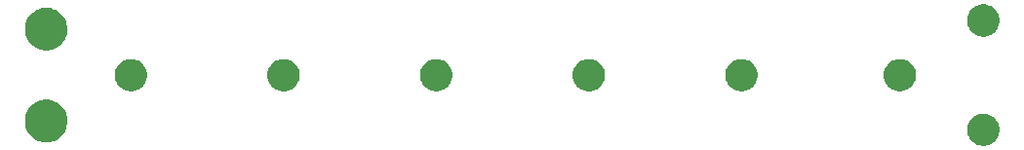
<source format=gbr>
G04 #@! TF.GenerationSoftware,KiCad,Pcbnew,(5.1.6)-1*
G04 #@! TF.CreationDate,2020-10-19T10:56:23-05:00*
G04 #@! TF.ProjectId,tri-slot-feedlines,7472692d-736c-46f7-942d-666565646c69,rev?*
G04 #@! TF.SameCoordinates,Original*
G04 #@! TF.FileFunction,Soldermask,Bot*
G04 #@! TF.FilePolarity,Negative*
%FSLAX46Y46*%
G04 Gerber Fmt 4.6, Leading zero omitted, Abs format (unit mm)*
G04 Created by KiCad (PCBNEW (5.1.6)-1) date 2020-10-19 10:56:23*
%MOMM*%
%LPD*%
G01*
G04 APERTURE LIST*
%ADD10C,0.100000*%
G04 APERTURE END LIST*
D10*
G36*
X44318433Y-3384893D02*
G01*
X44408657Y-3402839D01*
X44514267Y-3446585D01*
X44663621Y-3508449D01*
X44663622Y-3508450D01*
X44893086Y-3661772D01*
X45088228Y-3856914D01*
X45190675Y-4010237D01*
X45241551Y-4086379D01*
X45303415Y-4235733D01*
X45347161Y-4341343D01*
X45401000Y-4612014D01*
X45401000Y-4887986D01*
X45347161Y-5158657D01*
X45303415Y-5264267D01*
X45241551Y-5413621D01*
X45241550Y-5413622D01*
X45088228Y-5643086D01*
X44893086Y-5838228D01*
X44739763Y-5940675D01*
X44663621Y-5991551D01*
X44514267Y-6053415D01*
X44408657Y-6097161D01*
X44318433Y-6115107D01*
X44137988Y-6151000D01*
X43862012Y-6151000D01*
X43681567Y-6115107D01*
X43591343Y-6097161D01*
X43485733Y-6053415D01*
X43336379Y-5991551D01*
X43260237Y-5940675D01*
X43106914Y-5838228D01*
X42911772Y-5643086D01*
X42758450Y-5413622D01*
X42758449Y-5413621D01*
X42696585Y-5264267D01*
X42652839Y-5158657D01*
X42599000Y-4887986D01*
X42599000Y-4612014D01*
X42652839Y-4341343D01*
X42696585Y-4235733D01*
X42758449Y-4086379D01*
X42809325Y-4010237D01*
X42911772Y-3856914D01*
X43106914Y-3661772D01*
X43336378Y-3508450D01*
X43336379Y-3508449D01*
X43485733Y-3446585D01*
X43591343Y-3402839D01*
X43681567Y-3384893D01*
X43862012Y-3349000D01*
X44137988Y-3349000D01*
X44318433Y-3384893D01*
G37*
G36*
X-36988887Y-2184567D02*
G01*
X-36810083Y-2220133D01*
X-36670552Y-2277929D01*
X-36473224Y-2359664D01*
X-36170057Y-2562234D01*
X-35912234Y-2820057D01*
X-35709664Y-3123224D01*
X-35627929Y-3320552D01*
X-35570133Y-3460083D01*
X-35560512Y-3508450D01*
X-35499000Y-3817691D01*
X-35499000Y-4182309D01*
X-35570133Y-4539916D01*
X-35709664Y-4876776D01*
X-35912234Y-5179943D01*
X-36170057Y-5437766D01*
X-36473224Y-5640336D01*
X-36670552Y-5722071D01*
X-36810083Y-5779867D01*
X-36988888Y-5815434D01*
X-37167691Y-5851000D01*
X-37532309Y-5851000D01*
X-37711112Y-5815434D01*
X-37889917Y-5779867D01*
X-38029448Y-5722071D01*
X-38226776Y-5640336D01*
X-38529943Y-5437766D01*
X-38787766Y-5179943D01*
X-38990336Y-4876776D01*
X-39129867Y-4539916D01*
X-39201000Y-4182309D01*
X-39201000Y-3817691D01*
X-39139488Y-3508450D01*
X-39129867Y-3460083D01*
X-39072071Y-3320552D01*
X-38990336Y-3123224D01*
X-38787766Y-2820057D01*
X-38529943Y-2562234D01*
X-38226776Y-2359664D01*
X-38029448Y-2277929D01*
X-37889917Y-2220133D01*
X-37711113Y-2184567D01*
X-37532309Y-2149000D01*
X-37167691Y-2149000D01*
X-36988887Y-2184567D01*
G37*
G36*
X10068433Y1365107D02*
G01*
X10158657Y1347161D01*
X10264267Y1303415D01*
X10413621Y1241551D01*
X10413622Y1241550D01*
X10643086Y1088228D01*
X10838228Y893086D01*
X10940675Y739763D01*
X10991551Y663621D01*
X11097161Y408656D01*
X11151000Y137988D01*
X11151000Y-137988D01*
X11097161Y-408656D01*
X10991551Y-663621D01*
X10991550Y-663622D01*
X10838228Y-893086D01*
X10643086Y-1088228D01*
X10489763Y-1190675D01*
X10413621Y-1241551D01*
X10264267Y-1303415D01*
X10158657Y-1347161D01*
X10068433Y-1365107D01*
X9887988Y-1401000D01*
X9612012Y-1401000D01*
X9431567Y-1365107D01*
X9341343Y-1347161D01*
X9235733Y-1303415D01*
X9086379Y-1241551D01*
X9010237Y-1190675D01*
X8856914Y-1088228D01*
X8661772Y-893086D01*
X8508450Y-663622D01*
X8508449Y-663621D01*
X8402839Y-408656D01*
X8349000Y-137988D01*
X8349000Y137988D01*
X8402839Y408656D01*
X8508449Y663621D01*
X8559325Y739763D01*
X8661772Y893086D01*
X8856914Y1088228D01*
X9086378Y1241550D01*
X9086379Y1241551D01*
X9235733Y1303415D01*
X9341343Y1347161D01*
X9431567Y1365107D01*
X9612012Y1401000D01*
X9887988Y1401000D01*
X10068433Y1365107D01*
G37*
G36*
X37068433Y1365107D02*
G01*
X37158657Y1347161D01*
X37264267Y1303415D01*
X37413621Y1241551D01*
X37413622Y1241550D01*
X37643086Y1088228D01*
X37838228Y893086D01*
X37940675Y739763D01*
X37991551Y663621D01*
X38097161Y408656D01*
X38151000Y137988D01*
X38151000Y-137988D01*
X38097161Y-408656D01*
X37991551Y-663621D01*
X37991550Y-663622D01*
X37838228Y-893086D01*
X37643086Y-1088228D01*
X37489763Y-1190675D01*
X37413621Y-1241551D01*
X37264267Y-1303415D01*
X37158657Y-1347161D01*
X37068433Y-1365107D01*
X36887988Y-1401000D01*
X36612012Y-1401000D01*
X36431567Y-1365107D01*
X36341343Y-1347161D01*
X36235733Y-1303415D01*
X36086379Y-1241551D01*
X36010237Y-1190675D01*
X35856914Y-1088228D01*
X35661772Y-893086D01*
X35508450Y-663622D01*
X35508449Y-663621D01*
X35402839Y-408656D01*
X35349000Y-137988D01*
X35349000Y137988D01*
X35402839Y408656D01*
X35508449Y663621D01*
X35559325Y739763D01*
X35661772Y893086D01*
X35856914Y1088228D01*
X36086378Y1241550D01*
X36086379Y1241551D01*
X36235733Y1303415D01*
X36341343Y1347161D01*
X36431567Y1365107D01*
X36612012Y1401000D01*
X36887988Y1401000D01*
X37068433Y1365107D01*
G37*
G36*
X23318433Y1365107D02*
G01*
X23408657Y1347161D01*
X23514267Y1303415D01*
X23663621Y1241551D01*
X23663622Y1241550D01*
X23893086Y1088228D01*
X24088228Y893086D01*
X24190675Y739763D01*
X24241551Y663621D01*
X24347161Y408656D01*
X24401000Y137988D01*
X24401000Y-137988D01*
X24347161Y-408656D01*
X24241551Y-663621D01*
X24241550Y-663622D01*
X24088228Y-893086D01*
X23893086Y-1088228D01*
X23739763Y-1190675D01*
X23663621Y-1241551D01*
X23514267Y-1303415D01*
X23408657Y-1347161D01*
X23318433Y-1365107D01*
X23137988Y-1401000D01*
X22862012Y-1401000D01*
X22681567Y-1365107D01*
X22591343Y-1347161D01*
X22485733Y-1303415D01*
X22336379Y-1241551D01*
X22260237Y-1190675D01*
X22106914Y-1088228D01*
X21911772Y-893086D01*
X21758450Y-663622D01*
X21758449Y-663621D01*
X21652839Y-408656D01*
X21599000Y-137988D01*
X21599000Y137988D01*
X21652839Y408656D01*
X21758449Y663621D01*
X21809325Y739763D01*
X21911772Y893086D01*
X22106914Y1088228D01*
X22336378Y1241550D01*
X22336379Y1241551D01*
X22485733Y1303415D01*
X22591343Y1347161D01*
X22681567Y1365107D01*
X22862012Y1401000D01*
X23137988Y1401000D01*
X23318433Y1365107D01*
G37*
G36*
X-3181567Y1365107D02*
G01*
X-3091343Y1347161D01*
X-2985733Y1303415D01*
X-2836379Y1241551D01*
X-2836378Y1241550D01*
X-2606914Y1088228D01*
X-2411772Y893086D01*
X-2309325Y739763D01*
X-2258449Y663621D01*
X-2152839Y408656D01*
X-2099000Y137988D01*
X-2099000Y-137988D01*
X-2152839Y-408656D01*
X-2258449Y-663621D01*
X-2258450Y-663622D01*
X-2411772Y-893086D01*
X-2606914Y-1088228D01*
X-2760237Y-1190675D01*
X-2836379Y-1241551D01*
X-2985733Y-1303415D01*
X-3091343Y-1347161D01*
X-3181567Y-1365107D01*
X-3362012Y-1401000D01*
X-3637988Y-1401000D01*
X-3818433Y-1365107D01*
X-3908657Y-1347161D01*
X-4014267Y-1303415D01*
X-4163621Y-1241551D01*
X-4239763Y-1190675D01*
X-4393086Y-1088228D01*
X-4588228Y-893086D01*
X-4741550Y-663622D01*
X-4741551Y-663621D01*
X-4847161Y-408656D01*
X-4901000Y-137988D01*
X-4901000Y137988D01*
X-4847161Y408656D01*
X-4741551Y663621D01*
X-4690675Y739763D01*
X-4588228Y893086D01*
X-4393086Y1088228D01*
X-4163622Y1241550D01*
X-4163621Y1241551D01*
X-4014267Y1303415D01*
X-3908657Y1347161D01*
X-3818433Y1365107D01*
X-3637988Y1401000D01*
X-3362012Y1401000D01*
X-3181567Y1365107D01*
G37*
G36*
X-16431567Y1365107D02*
G01*
X-16341343Y1347161D01*
X-16235733Y1303415D01*
X-16086379Y1241551D01*
X-16086378Y1241550D01*
X-15856914Y1088228D01*
X-15661772Y893086D01*
X-15559325Y739763D01*
X-15508449Y663621D01*
X-15402839Y408656D01*
X-15349000Y137988D01*
X-15349000Y-137988D01*
X-15402839Y-408656D01*
X-15508449Y-663621D01*
X-15508450Y-663622D01*
X-15661772Y-893086D01*
X-15856914Y-1088228D01*
X-16010237Y-1190675D01*
X-16086379Y-1241551D01*
X-16235733Y-1303415D01*
X-16341343Y-1347161D01*
X-16431567Y-1365107D01*
X-16612012Y-1401000D01*
X-16887988Y-1401000D01*
X-17068433Y-1365107D01*
X-17158657Y-1347161D01*
X-17264267Y-1303415D01*
X-17413621Y-1241551D01*
X-17489763Y-1190675D01*
X-17643086Y-1088228D01*
X-17838228Y-893086D01*
X-17991550Y-663622D01*
X-17991551Y-663621D01*
X-18097161Y-408656D01*
X-18151000Y-137988D01*
X-18151000Y137988D01*
X-18097161Y408656D01*
X-17991551Y663621D01*
X-17940675Y739763D01*
X-17838228Y893086D01*
X-17643086Y1088228D01*
X-17413622Y1241550D01*
X-17413621Y1241551D01*
X-17264267Y1303415D01*
X-17158657Y1347161D01*
X-17068433Y1365107D01*
X-16887988Y1401000D01*
X-16612012Y1401000D01*
X-16431567Y1365107D01*
G37*
G36*
X-29681567Y1365107D02*
G01*
X-29591343Y1347161D01*
X-29485733Y1303415D01*
X-29336379Y1241551D01*
X-29336378Y1241550D01*
X-29106914Y1088228D01*
X-28911772Y893086D01*
X-28809325Y739763D01*
X-28758449Y663621D01*
X-28652839Y408656D01*
X-28599000Y137988D01*
X-28599000Y-137988D01*
X-28652839Y-408656D01*
X-28758449Y-663621D01*
X-28758450Y-663622D01*
X-28911772Y-893086D01*
X-29106914Y-1088228D01*
X-29260237Y-1190675D01*
X-29336379Y-1241551D01*
X-29485733Y-1303415D01*
X-29591343Y-1347161D01*
X-29681567Y-1365107D01*
X-29862012Y-1401000D01*
X-30137988Y-1401000D01*
X-30318433Y-1365107D01*
X-30408657Y-1347161D01*
X-30514267Y-1303415D01*
X-30663621Y-1241551D01*
X-30739763Y-1190675D01*
X-30893086Y-1088228D01*
X-31088228Y-893086D01*
X-31241550Y-663622D01*
X-31241551Y-663621D01*
X-31347161Y-408656D01*
X-31401000Y-137988D01*
X-31401000Y137988D01*
X-31347161Y408656D01*
X-31241551Y663621D01*
X-31190675Y739763D01*
X-31088228Y893086D01*
X-30893086Y1088228D01*
X-30663622Y1241550D01*
X-30663621Y1241551D01*
X-30514267Y1303415D01*
X-30408657Y1347161D01*
X-30318433Y1365107D01*
X-30137988Y1401000D01*
X-29862012Y1401000D01*
X-29681567Y1365107D01*
G37*
G36*
X-36988888Y5815434D02*
G01*
X-36810083Y5779867D01*
X-36670552Y5722071D01*
X-36473224Y5640336D01*
X-36170057Y5437766D01*
X-35912234Y5179943D01*
X-35709664Y4876776D01*
X-35627929Y4679448D01*
X-35570133Y4539917D01*
X-35499000Y4182308D01*
X-35499000Y3817692D01*
X-35560512Y3508449D01*
X-35570133Y3460084D01*
X-35709664Y3123224D01*
X-35912234Y2820057D01*
X-36170057Y2562234D01*
X-36473224Y2359664D01*
X-36670552Y2277929D01*
X-36810083Y2220133D01*
X-36988887Y2184567D01*
X-37167691Y2149000D01*
X-37532309Y2149000D01*
X-37711113Y2184567D01*
X-37889917Y2220133D01*
X-38029448Y2277929D01*
X-38226776Y2359664D01*
X-38529943Y2562234D01*
X-38787766Y2820057D01*
X-38990336Y3123224D01*
X-39129867Y3460084D01*
X-39139487Y3508449D01*
X-39201000Y3817692D01*
X-39201000Y4182308D01*
X-39129867Y4539917D01*
X-39072071Y4679448D01*
X-38990336Y4876776D01*
X-38787766Y5179943D01*
X-38529943Y5437766D01*
X-38226776Y5640336D01*
X-38029448Y5722071D01*
X-37889917Y5779867D01*
X-37711112Y5815434D01*
X-37532309Y5851000D01*
X-37167691Y5851000D01*
X-36988888Y5815434D01*
G37*
G36*
X44318433Y6115107D02*
G01*
X44408657Y6097161D01*
X44514267Y6053415D01*
X44663621Y5991551D01*
X44663622Y5991550D01*
X44893086Y5838228D01*
X45088228Y5643086D01*
X45190675Y5489763D01*
X45241551Y5413621D01*
X45303415Y5264267D01*
X45338344Y5179944D01*
X45347161Y5158656D01*
X45401000Y4887988D01*
X45401000Y4612012D01*
X45347161Y4341344D01*
X45241551Y4086379D01*
X45241550Y4086378D01*
X45088228Y3856914D01*
X44893086Y3661772D01*
X44739763Y3559325D01*
X44663621Y3508449D01*
X44546855Y3460083D01*
X44408657Y3402839D01*
X44318433Y3384893D01*
X44137988Y3349000D01*
X43862012Y3349000D01*
X43681567Y3384893D01*
X43591343Y3402839D01*
X43453145Y3460083D01*
X43336379Y3508449D01*
X43260237Y3559325D01*
X43106914Y3661772D01*
X42911772Y3856914D01*
X42758450Y4086378D01*
X42758449Y4086379D01*
X42652839Y4341344D01*
X42599000Y4612012D01*
X42599000Y4887988D01*
X42652839Y5158656D01*
X42661657Y5179944D01*
X42696585Y5264267D01*
X42758449Y5413621D01*
X42809325Y5489763D01*
X42911772Y5643086D01*
X43106914Y5838228D01*
X43336378Y5991550D01*
X43336379Y5991551D01*
X43485733Y6053415D01*
X43591343Y6097161D01*
X43681567Y6115107D01*
X43862012Y6151000D01*
X44137988Y6151000D01*
X44318433Y6115107D01*
G37*
M02*

</source>
